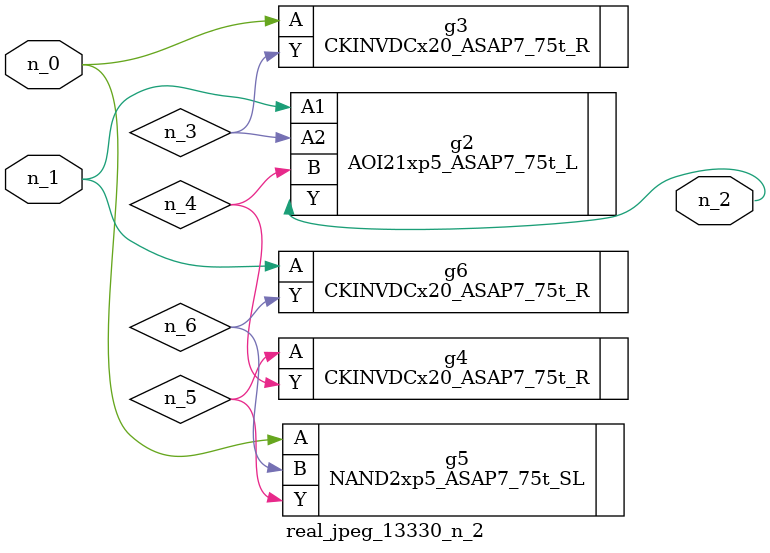
<source format=v>
module real_jpeg_13330_n_2 (n_1, n_0, n_2);

input n_1;
input n_0;

output n_2;

wire n_5;
wire n_4;
wire n_6;
wire n_3;

CKINVDCx20_ASAP7_75t_R g3 ( 
.A(n_0),
.Y(n_3)
);

NAND2xp5_ASAP7_75t_SL g5 ( 
.A(n_0),
.B(n_6),
.Y(n_5)
);

AOI21xp5_ASAP7_75t_L g2 ( 
.A1(n_1),
.A2(n_3),
.B(n_4),
.Y(n_2)
);

CKINVDCx20_ASAP7_75t_R g6 ( 
.A(n_1),
.Y(n_6)
);

CKINVDCx20_ASAP7_75t_R g4 ( 
.A(n_5),
.Y(n_4)
);


endmodule
</source>
